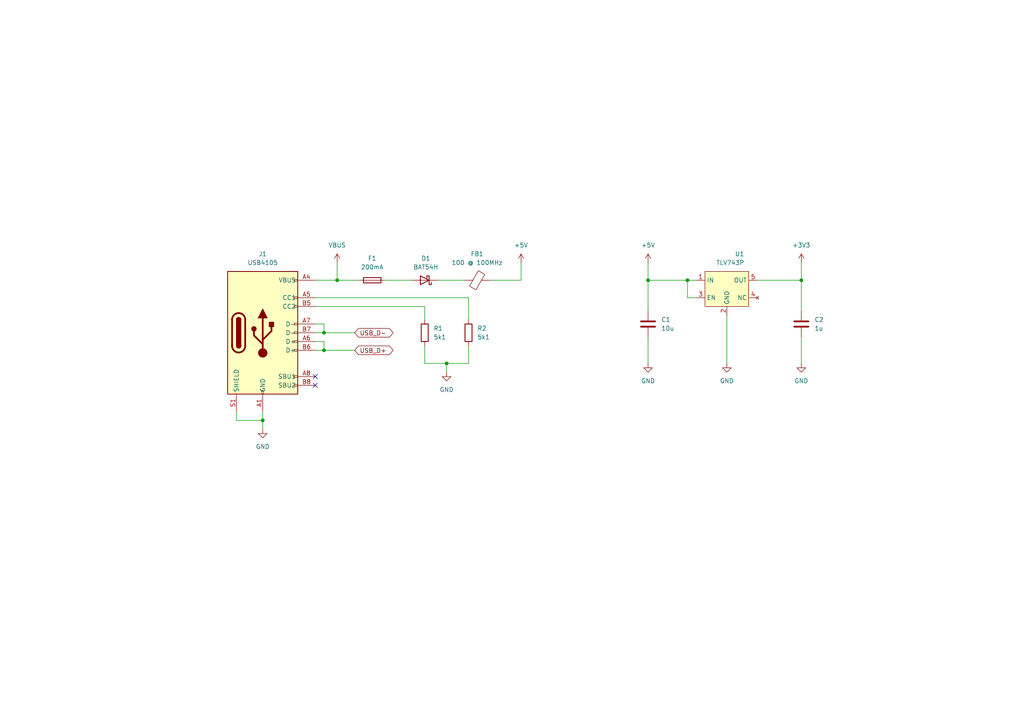
<source format=kicad_sch>
(kicad_sch (version 20211123) (generator eeschema)
  (paper "A4")
  (title_block (title "Malina") (date "07/2022") (rev "1") (company "Martin Kopka"))
  (lib_symbols
    (symbol "Device:C" (pin_numbers hide) (pin_names (offset 0.254))
      (property "Reference" "C" (at 0.635 2.54 0))
      (property "Value" "C" (at 0.635 -2.54 0))
      (symbol "C_0_1"
        (polyline (pts (xy -2.032 -0.762) (xy 2.032 -0.762)) (stroke (width 0.508)))
        (polyline (pts (xy -2.032 0.762) (xy 2.032 0.762)) (stroke (width 0.508)))
      )
      (symbol "C_1_1"
        (pin passive line (at 0 3.81 270) (length 2.794) (name "~") (number "1"))
        (pin passive line (at 0 -3.81 90) (length 2.794) (name "~") (number "2"))
      )
    )
    (symbol "Device:FerriteBead" (pin_numbers hide) (pin_names (offset 0))
      (property "Reference" "FB" (at -3.81 0.635 90))
      (property "Value" "FerriteBead" (at 3.81 0 90))
      (symbol "FerriteBead_0_1"
        (polyline (pts (xy 0 -1.27) (xy 0 -1.2192)))
        (polyline (pts (xy 0 1.27) (xy 0 1.2954)))
        (polyline (pts (xy -2.7686 0.4064) (xy -1.7018 2.2606) (xy 2.7686 -0.3048) (xy 1.6764 -2.159) (xy -2.7686 0.4064)))
      )
      (symbol "FerriteBead_1_1"
        (pin passive line (at 0 3.81 270) (length 2.54) (name "~") (number "1"))
        (pin passive line (at 0 -3.81 90) (length 2.54) (name "~") (number "2"))
      )
    )
    (symbol "Device:Fuse" (pin_numbers hide) (pin_names (offset 0))
      (property "Reference" "F" (at 2.032 0 90))
      (property "Value" "Fuse" (at -1.905 0 90))
      (symbol "Fuse_0_1"
        (rectangle (start -0.762 -2.54) (end 0.762 2.54) (stroke (width 0.254)))
        (polyline (pts (xy 0 2.54) (xy 0 -2.54)))
      )
      (symbol "Fuse_1_1"
        (pin passive line (at 0 3.81 270) (length 1.27) (name "~") (number "1"))
        (pin passive line (at 0 -3.81 90) (length 1.27) (name "~") (number "2"))
      )
    )
    (symbol "Device:R" (pin_numbers hide) (pin_names (offset 0))
      (property "Reference" "R" (at 2.032 0 90))
      (property "Value" "R" (at 0 0 90))
      (symbol "R_0_1"
        (rectangle (start -1.016 -2.54) (end 1.016 2.54) (stroke (width 0.254)))
      )
      (symbol "R_1_1"
        (pin passive line (at 0 3.81 270) (length 1.27) (name "~") (number "1"))
        (pin passive line (at 0 -3.81 90) (length 1.27) (name "~") (number "2"))
      )
    )
    (symbol "power:+3V3" (power) (pin_names (offset 0))
      (property "Value" "+3V3" (at 0 3.556 0))
      (symbol "+3V3_0_1"
        (polyline (pts (xy -0.762 1.27) (xy 0 2.54)))
        (polyline (pts (xy 0 0) (xy 0 2.54)))
        (polyline (pts (xy 0 2.54) (xy 0.762 1.27)))
      )
      (symbol "+3V3_1_1"
        (pin power_in line (at 0 0 90) (length 0) hide (name "+3V3") (number "1"))
      )
    )
    (symbol "power:+5V" (power) (pin_names (offset 0))
      (property "Value" "+5V" (at 0 3.556 0))
      (symbol "+5V_0_1"
        (polyline (pts (xy -0.762 1.27) (xy 0 2.54)))
        (polyline (pts (xy 0 0) (xy 0 2.54)))
        (polyline (pts (xy 0 2.54) (xy 0.762 1.27)))
      )
      (symbol "+5V_1_1"
        (pin power_in line (at 0 0 90) (length 0) hide (name "+5V") (number "1"))
      )
    )
    (symbol "power:GND" (power) (pin_names (offset 0))
      (property "Value" "GND" (at 0 -3.81 0))
      (symbol "GND_0_1"
        (polyline (pts (xy 0 0) (xy 0 -1.27) (xy 1.27 -1.27) (xy 0 -2.54) (xy -1.27 -1.27) (xy 0 -1.27)))
      )
      (symbol "GND_1_1"
        (pin power_in line (at 0 0 270) (length 0) hide (name "GND") (number "1"))
      )
    )
    (symbol "power:VBUS" (power) (pin_names (offset 0))
      (property "Value" "VBUS" (at 0 3.81 0))
      (symbol "VBUS_0_1"
        (polyline (pts (xy -0.762 1.27) (xy 0 2.54)))
        (polyline (pts (xy 0 0) (xy 0 2.54)))
        (polyline (pts (xy 0 2.54) (xy 0.762 1.27)))
      )
      (symbol "VBUS_1_1"
        (pin power_in line (at 0 0 90) (length 0) hide (name "VBUS") (number "1"))
      )
    )
    (symbol "w-connector:USB4105"
      (property "Reference" "J" (at 0 22.86 0))
      (property "Value" "USB4105" (at 0 20.32 0))
      (symbol "USB4105_0_0"
        (rectangle (start -0.254 -17.78) (end 0.254 -16.764))
        (rectangle (start 10.16 -14.986) (end 9.144 -15.494))
        (rectangle (start 10.16 -12.446) (end 9.144 -12.954))
        (rectangle (start 10.16 -4.826) (end 9.144 -5.334))
        (rectangle (start 10.16 -2.286) (end 9.144 -2.794))
        (rectangle (start 10.16 0.254) (end 9.144 -0.254))
        (rectangle (start 10.16 2.794) (end 9.144 2.286))
        (rectangle (start 10.16 7.874) (end 9.144 7.366))
        (rectangle (start 10.16 10.414) (end 9.144 9.906))
        (rectangle (start 10.16 15.494) (end 9.144 14.986))
      )
      (symbol "USB4105_0_1"
        (rectangle (start -10.16 17.78) (end 10.16 -17.78) (stroke (width 0.254)) (fill (type background)))
        (arc (start -8.89 -3.81) (mid -6.985 -5.715) (end -5.08 -3.81) (stroke (width 0.508)))
        (arc (start -7.62 -3.81) (mid -6.985 -4.445) (end -6.35 -3.81) (stroke (width 0.254)))
        (arc (start -7.62 -3.81) (mid -6.985 -4.445) (end -6.35 -3.81) (stroke (width 0.254)) (fill (type outline)))
        (rectangle (start -7.62 -3.81) (end -6.35 3.81) (stroke (width 0.254)) (fill (type outline)))
        (arc (start -6.35 3.81) (mid -6.985 4.445) (end -7.62 3.81) (stroke (width 0.254)))
        (arc (start -6.35 3.81) (mid -6.985 4.445) (end -7.62 3.81) (stroke (width 0.254)) (fill (type outline)))
        (arc (start -5.08 3.81) (mid -6.985 5.715) (end -8.89 3.81) (stroke (width 0.508)))
        (circle (center -2.54 1.143) (radius 0.635) (stroke (width 0.254)) (fill (type outline)))
        (circle (center 0 -5.842) (radius 1.27) (fill (type outline)))
        (polyline (pts (xy -8.89 -3.81) (xy -8.89 3.81)) (stroke (width 0.508)))
        (polyline (pts (xy -5.08 3.81) (xy -5.08 -3.81)) (stroke (width 0.508)))
        (polyline (pts (xy 0 -5.842) (xy 0 4.318)) (stroke (width 0.508)))
        (polyline (pts (xy 0 -3.302) (xy -2.54 -0.762) (xy -2.54 0.508)) (stroke (width 0.508)))
        (polyline (pts (xy 0 -2.032) (xy 2.54 0.508) (xy 2.54 1.778)) (stroke (width 0.508)))
        (polyline (pts (xy -1.27 4.318) (xy 0 6.858) (xy 1.27 4.318) (xy -1.27 4.318)) (stroke (width 0.254)) (fill (type outline)))
        (rectangle (start 1.905 1.778) (end 3.175 3.048) (stroke (width 0.254)) (fill (type outline)))
      )
      (symbol "USB4105_1_1"
        (pin passive line (at 0 -22.86 90) (length 5.08) (name "GND") (number "A1"))
        (pin passive line (at 0 -22.86 90) (length 5.08) hide (name "GND") (number "A12"))
        (pin passive line (at 15.24 15.24 180) (length 5.08) (name "VBUS") (number "A4"))
        (pin bidirectional line (at 15.24 10.16 180) (length 5.08) (name "CC1") (number "A5"))
        (pin bidirectional line (at 15.24 -2.54 180) (length 5.08) (name "D+") (number "A6"))
        (pin bidirectional line (at 15.24 2.54 180) (length 5.08) (name "D-") (number "A7"))
        (pin bidirectional line (at 15.24 -12.7 180) (length 5.08) (name "SBU1") (number "A8"))
        (pin passive line (at 15.24 15.24 180) (length 5.08) hide (name "VBUS") (number "A9"))
        (pin passive line (at 0 -22.86 90) (length 5.08) hide (name "GND") (number "B1"))
        (pin passive line (at 0 -22.86 90) (length 5.08) hide (name "GND") (number "B12"))
        (pin passive line (at 15.24 15.24 180) (length 5.08) hide (name "VBUS") (number "B4"))
        (pin bidirectional line (at 15.24 7.62 180) (length 5.08) (name "CC2") (number "B5"))
        (pin bidirectional line (at 15.24 -5.08 180) (length 5.08) (name "D+") (number "B6"))
        (pin bidirectional line (at 15.24 0 180) (length 5.08) (name "D-") (number "B7"))
        (pin bidirectional line (at 15.24 -15.24 180) (length 5.08) (name "SBU2") (number "B8"))
        (pin passive line (at 15.24 15.24 180) (length 5.08) hide (name "VBUS") (number "B9"))
        (pin passive line (at -7.62 -22.86 90) (length 5.08) (name "SHIELD") (number "S1"))
      )
    )
    (symbol "w-diode:BAT54H"
      (property "Reference" "D" (at 0 5.08 0))
      (property "Value" "BAT54H" (at 0 2.54 0))
      (symbol "BAT54H_0_1"
        (polyline (pts (xy -1.27 0) (xy 1.27 0)))
        (polyline (pts (xy -1.27 -1.27) (xy -1.27 1.27) (xy 1.27 0) (xy -1.27 -1.27)) (stroke (width 0.254)))
        (polyline (pts (xy 1.905 -0.635) (xy 1.905 -1.27) (xy 1.27 -1.27) (xy 1.27 1.27) (xy 0.635 1.27) (xy 0.635 0.635)) (stroke (width 0.254)))
      )
      (symbol "BAT54H_1_1"
        (pin passive line (at 3.81 0 180) (length 2.54) (name "K") (number "1"))
        (pin passive line (at -3.81 0 0) (length 2.54) (name "A") (number "2"))
      )
    )
    (symbol "w-regulator:TLV743P"
      (property "Reference" "U" (at 6.35 7.62 0))
      (property "Value" "TLV743P" (at 6.35 5.08 0))
      (symbol "TLV743P_0_1"
        (rectangle (start -6.35 2.54) (end 6.35 -7.62) (fill (type background)))
      )
      (symbol "TLV743P_1_1"
        (pin power_in line (at -8.89 0 0) (length 2.54) (name "IN") (number "1"))
        (pin power_in line (at 0 -10.16 90) (length 2.54) (name "GND") (number "2"))
        (pin input line (at -8.89 -5.08 0) (length 2.54) (name "EN") (number "3"))
        (pin no_connect line (at 8.89 -5.08 180) (length 2.54) (name "NC") (number "4"))
        (pin power_out line (at 8.89 0 180) (length 2.54) (name "OUT") (number "5"))
      )
    )
  )
  (junction (at 232.41 81.28))
  (junction (at 97.79 81.28))
  (junction (at 129.54 105.41))
  (junction (at 93.98 101.6))
  (junction (at 199.39 81.28))
  (junction (at 76.2 121.92))
  (junction (at 187.96 81.28))
  (junction (at 93.98 96.52))
  (no_connect (at 91.44 111.76))
  (no_connect (at 91.44 109.22))
  (wire (pts (xy 91.44 81.28) (xy 97.79 81.28)))
  (wire (pts (xy 123.19 88.9) (xy 123.19 92.71)))
  (wire (pts (xy 93.98 99.06) (xy 93.98 101.6)))
  (wire (pts (xy 187.96 97.79) (xy 187.96 105.41)))
  (wire (pts (xy 135.89 105.41) (xy 135.89 100.33)))
  (wire (pts (xy 210.82 91.44) (xy 210.82 105.41)))
  (wire (pts (xy 232.41 81.28) (xy 232.41 90.17)))
  (wire (pts (xy 111.76 81.28) (xy 119.38 81.28)))
  (wire (pts (xy 187.96 81.28) (xy 199.39 81.28)))
  (wire (pts (xy 68.58 119.38) (xy 68.58 121.92)))
  (wire (pts (xy 151.13 81.28) (xy 151.13 76.2)))
  (wire (pts (xy 93.98 93.98) (xy 93.98 96.52)))
  (wire (pts (xy 199.39 81.28) (xy 201.93 81.28)))
  (wire (pts (xy 97.79 81.28) (xy 97.79 76.2)))
  (wire (pts (xy 93.98 96.52) (xy 102.87 96.52)))
  (wire (pts (xy 129.54 105.41) (xy 129.54 107.95)))
  (wire (pts (xy 129.54 105.41) (xy 135.89 105.41)))
  (wire (pts (xy 93.98 101.6) (xy 102.87 101.6)))
  (wire (pts (xy 97.79 81.28) (xy 104.14 81.28)))
  (wire (pts (xy 91.44 99.06) (xy 93.98 99.06)))
  (wire (pts (xy 201.93 86.36) (xy 199.39 86.36)))
  (wire (pts (xy 76.2 121.92) (xy 76.2 119.38)))
  (wire (pts (xy 232.41 97.79) (xy 232.41 105.41)))
  (wire (pts (xy 91.44 101.6) (xy 93.98 101.6)))
  (wire (pts (xy 187.96 81.28) (xy 187.96 76.2)))
  (wire (pts (xy 219.71 81.28) (xy 232.41 81.28)))
  (wire (pts (xy 187.96 81.28) (xy 187.96 90.17)))
  (wire (pts (xy 232.41 76.2) (xy 232.41 81.28)))
  (wire (pts (xy 123.19 100.33) (xy 123.19 105.41)))
  (wire (pts (xy 127 81.28) (xy 134.62 81.28)))
  (wire (pts (xy 123.19 105.41) (xy 129.54 105.41)))
  (wire (pts (xy 76.2 121.92) (xy 76.2 124.46)))
  (wire (pts (xy 135.89 86.36) (xy 135.89 92.71)))
  (wire (pts (xy 91.44 88.9) (xy 123.19 88.9)))
  (wire (pts (xy 91.44 96.52) (xy 93.98 96.52)))
  (wire (pts (xy 142.24 81.28) (xy 151.13 81.28)))
  (wire (pts (xy 68.58 121.92) (xy 76.2 121.92)))
  (wire (pts (xy 91.44 86.36) (xy 135.89 86.36)))
  (wire (pts (xy 91.44 93.98) (xy 93.98 93.98)))
  (wire (pts (xy 199.39 81.28) (xy 199.39 86.36)))
  (global_label "USB_D+" (shape bidirectional) (at 102.87 101.6 0) (property "Intersheet References" "${INTERSHEET_REFS}" (effects hide)))
  (global_label "USB_D-" (shape bidirectional) (at 102.87 96.52 0) (property "Intersheet References" "${INTERSHEET_REFS}" (effects hide)))
  (symbol (lib_id "Device:R") (at 135.89 96.52 0) (unit 1)
    (property "Reference" "R2" (at 138.43 95.2499 0) (effects (justify left)))
    (property "Value" "5k1" (at 138.43 97.7899 0) (effects (justify left)))
    (property "Footprint" "Resistor_SMD:R_0402_1005Metric" (effects hide))
  )
  (symbol (lib_id "Device:C") (at 232.41 93.98 0) (unit 1)
    (property "Reference" "C2" (at 236.22 92.71 0) (effects (justify left)))
    (property "Value" "1u" (at 236.22 95.25 0) (effects (justify left)))
    (property "Footprint" "Capacitor_SMD:C_0402_1005Metric" (effects hide))
  )
  (symbol (lib_id "power:GND") (at 187.96 105.41 0) (unit 1)
    (property "Reference" "#PWR0109" (effects hide))
    (property "Value" "GND" (at 187.96 110.49 0))
  )
  (symbol (lib_id "power:GND") (at 76.2 124.46 0) (unit 1)
    (property "Reference" "#PWR0103" (effects hide))
    (property "Value" "GND" (at 76.2 129.54 0))
  )
  (symbol (lib_id "Device:C") (at 187.96 93.98 0) (unit 1)
    (property "Reference" "C1" (at 191.77 92.7099 0) (effects (justify left)))
    (property "Value" "10u" (at 191.77 95.2499 0) (effects (justify left)))
    (property "Footprint" "Capacitor_SMD:C_0603_1608Metric" (effects hide))
  )
  (symbol (lib_id "power:GND") (at 232.41 105.41 0) (unit 1)
    (property "Reference" "#PWR0107" (effects hide))
    (property "Value" "GND" (at 232.41 110.49 0))
  )
  (symbol (lib_id "w-connector:USB4105") (at 76.2 96.52 0) (unit 1)
    (property "Reference" "J1" (at 76.2 73.66 0))
    (property "Value" "USB4105" (at 76.2 76.2 0))
    (property "Footprint" "w-connector:USB4105" (effects hide))
    (property "Datasheet" "https://cz.mouser.com/datasheet/2/837/USB4105-2888174.pdf" (effects hide))
  )
  (symbol (lib_id "power:GND") (at 210.82 105.41 0) (unit 1)
    (property "Reference" "#PWR0110" (effects hide))
    (property "Value" "GND" (at 210.82 110.49 0))
  )
  (symbol (lib_id "power:VBUS") (at 97.79 76.2 0) (unit 1)
    (property "Reference" "#PWR0102" (effects hide))
    (property "Value" "VBUS" (at 97.79 71.12 0))
  )
  (symbol (lib_id "w-diode:BAT54H") (at 123.19 81.28 0) (unit 1)
    (property "Reference" "D1" (at 123.5075 74.93 0))
    (property "Value" "BAT54H" (at 123.5075 77.47 0))
    (property "Footprint" "w-diode:SOD-123LF" (effects hide))
    (property "Datasheet" "https://cz.mouser.com/datasheet/2/308/BAT54HT1_D-1802068.pdf" (effects hide))
  )
  (symbol (lib_id "power:+5V") (at 151.13 76.2 0) (unit 1)
    (property "Reference" "#PWR0104" (effects hide))
    (property "Value" "+5V" (at 151.13 71.12 0))
  )
  (symbol (lib_id "w-regulator:TLV743P") (at 210.82 81.28 0) (unit 1)
    (property "Reference" "U1" (at 215.9 73.66 0) (effects (justify right)))
    (property "Value" "TLV743P" (at 215.9 76.2 0) (effects (justify right)))
    (property "Footprint" "w-ic:SOT-23-5L" (effects hide))
    (property "Datasheet" "https://www.ti.com/lit/ds/symlink/tlv743p.pdf?ts=1658000118839&ref_url=https%253A%252F%252Fwww.ti.com%252Fproduct%252FTLV743P%253Futm_source%253Dgoogle%2526utm_medium%253Dcpc%2526utm_campaign%253Dapp-null-null-gpn_en-cpc-pf-google-wwe%2526utm_content%253Dtlv743p%2526ds_k%253DTLV743P%2526dcm%253Dyes%2526gclid%253DCjwKCAjww8mWBhABEiwAl6-2RWfLaVIocvHjaOJ3U1RGFWFT_jMdWwrr8X4mUQcoj950WXNg3gbIsRoClEkQAvD_BwE%2526gclsrc%253Daw.ds" (effects hide))
  )
  (symbol (lib_id "Device:Fuse") (at 107.95 81.28 90) (unit 1)
    (property "Reference" "F1" (at 107.95 74.93 90))
    (property "Value" "200mA" (at 107.95 77.47 90))
    (property "Footprint" "Resistor_SMD:R_0603_1608Metric" (effects hide))
  )
  (symbol (lib_id "Device:R") (at 123.19 96.52 0) (unit 1)
    (property "Reference" "R1" (at 125.73 95.2499 0) (effects (justify left)))
    (property "Value" "5k1" (at 125.73 97.7899 0) (effects (justify left)))
    (property "Footprint" "Resistor_SMD:R_0402_1005Metric" (effects hide))
  )
  (symbol (lib_id "power:+3V3") (at 232.41 76.2 0) (unit 1)
    (property "Reference" "#PWR0106" (effects hide))
    (property "Value" "+3V3" (at 232.41 71.12 0))
  )
  (symbol (lib_id "power:GND") (at 129.54 107.95 0) (unit 1)
    (property "Reference" "#PWR0101" (effects hide))
    (property "Value" "GND" (at 129.54 113.03 0))
  )
  (symbol (lib_id "power:+5V") (at 187.96 76.2 0) (unit 1)
    (property "Reference" "#PWR0105" (effects hide))
    (property "Value" "+5V" (at 187.96 71.12 0))
  )
  (symbol (lib_id "Device:FerriteBead") (at 138.43 81.28 90) (unit 1)
    (property "Reference" "FB1" (at 138.3792 73.66 90))
    (property "Value" "100 @ 100MHz" (at 138.3792 76.2 90))
    (property "Footprint" "Resistor_SMD:R_0402_1005Metric" (effects hide))
  )
)
</source>
